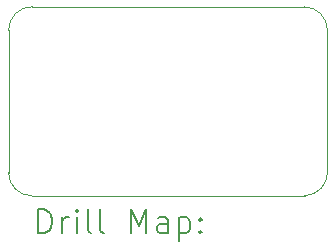
<source format=gbr>
%FSLAX45Y45*%
G04 Gerber Fmt 4.5, Leading zero omitted, Abs format (unit mm)*
G04 Created by KiCad (PCBNEW (6.0.0)) date 2023-12-03 01:07:49*
%MOMM*%
%LPD*%
G01*
G04 APERTURE LIST*
%TA.AperFunction,Profile*%
%ADD10C,0.100000*%
%TD*%
%ADD11C,0.200000*%
G04 APERTURE END LIST*
D10*
X15178000Y-10354000D02*
G75*
G03*
X15372000Y-10151000I-2932J197002D01*
G01*
X12672000Y-10160000D02*
G75*
G03*
X12871421Y-10355000I194498J-563D01*
G01*
X12872421Y-8754000D02*
G75*
G03*
X12672000Y-8952421I-1576J-198840D01*
G01*
X15372000Y-8954000D02*
G75*
G03*
X15172000Y-8754000I-200000J0D01*
G01*
X12672000Y-10160000D02*
X12672000Y-8952421D01*
X15178000Y-10354000D02*
X12871421Y-10355000D01*
X15372000Y-8954000D02*
X15372000Y-10151000D01*
X12872421Y-8754000D02*
X15172000Y-8754000D01*
D11*
X12924618Y-10670538D02*
X12924618Y-10470538D01*
X12972237Y-10470538D01*
X13000809Y-10480062D01*
X13019856Y-10499110D01*
X13029380Y-10518158D01*
X13038904Y-10556253D01*
X13038904Y-10584824D01*
X13029380Y-10622919D01*
X13019856Y-10641967D01*
X13000809Y-10661015D01*
X12972237Y-10670538D01*
X12924618Y-10670538D01*
X13124618Y-10670538D02*
X13124618Y-10537205D01*
X13124618Y-10575300D02*
X13134142Y-10556253D01*
X13143666Y-10546729D01*
X13162713Y-10537205D01*
X13181761Y-10537205D01*
X13248428Y-10670538D02*
X13248428Y-10537205D01*
X13248428Y-10470538D02*
X13238904Y-10480062D01*
X13248428Y-10489586D01*
X13257951Y-10480062D01*
X13248428Y-10470538D01*
X13248428Y-10489586D01*
X13372237Y-10670538D02*
X13353190Y-10661015D01*
X13343666Y-10641967D01*
X13343666Y-10470538D01*
X13476999Y-10670538D02*
X13457951Y-10661015D01*
X13448428Y-10641967D01*
X13448428Y-10470538D01*
X13705571Y-10670538D02*
X13705571Y-10470538D01*
X13772237Y-10613396D01*
X13838904Y-10470538D01*
X13838904Y-10670538D01*
X14019856Y-10670538D02*
X14019856Y-10565777D01*
X14010332Y-10546729D01*
X13991285Y-10537205D01*
X13953190Y-10537205D01*
X13934142Y-10546729D01*
X14019856Y-10661015D02*
X14000809Y-10670538D01*
X13953190Y-10670538D01*
X13934142Y-10661015D01*
X13924618Y-10641967D01*
X13924618Y-10622919D01*
X13934142Y-10603872D01*
X13953190Y-10594348D01*
X14000809Y-10594348D01*
X14019856Y-10584824D01*
X14115094Y-10537205D02*
X14115094Y-10737205D01*
X14115094Y-10546729D02*
X14134142Y-10537205D01*
X14172237Y-10537205D01*
X14191285Y-10546729D01*
X14200809Y-10556253D01*
X14210332Y-10575300D01*
X14210332Y-10632443D01*
X14200809Y-10651491D01*
X14191285Y-10661015D01*
X14172237Y-10670538D01*
X14134142Y-10670538D01*
X14115094Y-10661015D01*
X14296047Y-10651491D02*
X14305571Y-10661015D01*
X14296047Y-10670538D01*
X14286523Y-10661015D01*
X14296047Y-10651491D01*
X14296047Y-10670538D01*
X14296047Y-10546729D02*
X14305571Y-10556253D01*
X14296047Y-10565777D01*
X14286523Y-10556253D01*
X14296047Y-10546729D01*
X14296047Y-10565777D01*
M02*

</source>
